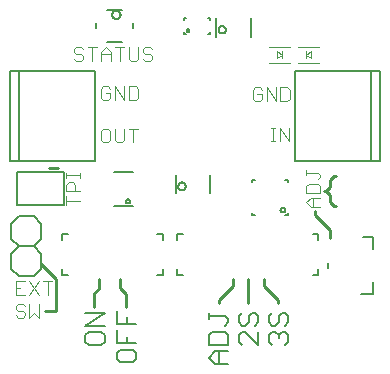
<source format=gto>
G75*
%MOIN*%
%OFA0B0*%
%FSLAX25Y25*%
%IPPOS*%
%LPD*%
%AMOC8*
5,1,8,0,0,1.08239X$1,22.5*
%
%ADD10C,0.00600*%
%ADD11C,0.01000*%
%ADD12C,0.00400*%
%ADD13C,0.00500*%
%ADD14C,0.00394*%
D10*
X0038487Y0046992D02*
X0042757Y0046992D01*
X0043825Y0048060D01*
X0043825Y0050195D01*
X0042757Y0051263D01*
X0038487Y0051263D01*
X0037420Y0050195D01*
X0037420Y0048060D01*
X0038487Y0046992D01*
X0037420Y0053438D02*
X0043825Y0057708D01*
X0037420Y0057708D01*
X0037420Y0053438D02*
X0043825Y0053438D01*
X0048045Y0054063D02*
X0048045Y0058333D01*
X0051247Y0056198D02*
X0051247Y0054063D01*
X0048045Y0054063D02*
X0054450Y0054063D01*
X0051247Y0049752D02*
X0051247Y0047617D01*
X0053382Y0045442D02*
X0049112Y0045442D01*
X0048045Y0044375D01*
X0048045Y0042239D01*
X0049112Y0041172D01*
X0053382Y0041172D01*
X0054450Y0042239D01*
X0054450Y0044375D01*
X0053382Y0045442D01*
X0054450Y0047617D02*
X0048045Y0047617D01*
X0048045Y0051888D01*
X0022750Y0072396D02*
X0020250Y0069896D01*
X0015250Y0069896D01*
X0012750Y0072396D01*
X0012750Y0077396D01*
X0015250Y0079896D01*
X0012750Y0082396D01*
X0012750Y0087396D01*
X0015250Y0089896D01*
X0020250Y0089896D01*
X0022750Y0087396D01*
X0022750Y0082396D01*
X0020250Y0079896D01*
X0022750Y0077396D01*
X0022750Y0072396D01*
X0020250Y0079896D02*
X0015250Y0079896D01*
X0078670Y0057708D02*
X0078670Y0055573D01*
X0078670Y0056641D02*
X0084007Y0056641D01*
X0085075Y0055573D01*
X0085075Y0054505D01*
X0084007Y0053438D01*
X0084007Y0051263D02*
X0079737Y0051263D01*
X0078670Y0050195D01*
X0078670Y0046992D01*
X0085075Y0046992D01*
X0085075Y0050195D01*
X0084007Y0051263D01*
X0088670Y0050195D02*
X0088670Y0048060D01*
X0089737Y0046992D01*
X0088670Y0050195D02*
X0089737Y0051263D01*
X0090805Y0051263D01*
X0095075Y0046992D01*
X0095075Y0051263D01*
X0094007Y0053438D02*
X0095075Y0054505D01*
X0095075Y0056641D01*
X0094007Y0057708D01*
X0092940Y0057708D01*
X0091872Y0056641D01*
X0091872Y0054505D01*
X0090805Y0053438D01*
X0089737Y0053438D01*
X0088670Y0054505D01*
X0088670Y0056641D01*
X0089737Y0057708D01*
X0098670Y0056641D02*
X0098670Y0054505D01*
X0099737Y0053438D01*
X0100805Y0053438D01*
X0101872Y0054505D01*
X0101872Y0056641D01*
X0102940Y0057708D01*
X0104007Y0057708D01*
X0105075Y0056641D01*
X0105075Y0054505D01*
X0104007Y0053438D01*
X0104007Y0051263D02*
X0102940Y0051263D01*
X0101872Y0050195D01*
X0101872Y0049127D01*
X0101872Y0050195D02*
X0100805Y0051263D01*
X0099737Y0051263D01*
X0098670Y0050195D01*
X0098670Y0048060D01*
X0099737Y0046992D01*
X0104007Y0046992D02*
X0105075Y0048060D01*
X0105075Y0050195D01*
X0104007Y0051263D01*
X0098670Y0056641D02*
X0099737Y0057708D01*
X0085075Y0044817D02*
X0080805Y0044817D01*
X0078670Y0042682D01*
X0080805Y0040547D01*
X0085075Y0040547D01*
X0081872Y0040547D02*
X0081872Y0044817D01*
D11*
X0082125Y0060833D02*
X0082125Y0062083D01*
X0086500Y0066458D01*
X0086500Y0068958D01*
X0091500Y0068958D02*
X0091500Y0060833D01*
X0097125Y0066458D02*
X0097125Y0068958D01*
X0097125Y0066458D02*
X0101500Y0062083D01*
X0101500Y0060833D01*
X0119000Y0082708D02*
X0119000Y0085208D01*
X0114000Y0090208D01*
X0114000Y0091458D01*
X0119000Y0094583D02*
X0119000Y0097083D01*
X0117750Y0098333D01*
X0119000Y0099583D01*
X0119000Y0102083D01*
X0120250Y0103333D01*
X0120875Y0103333D01*
X0117750Y0098333D02*
X0116812Y0098333D01*
X0119000Y0094583D02*
X0120250Y0093333D01*
X0120875Y0093333D01*
X0050875Y0063958D02*
X0050875Y0059583D01*
X0050875Y0063958D02*
X0049000Y0065833D01*
X0049000Y0068958D01*
X0042125Y0068958D02*
X0042125Y0065833D01*
X0040250Y0063958D01*
X0040250Y0059583D01*
X0027750Y0058333D02*
X0027750Y0068958D01*
X0022750Y0073958D01*
X0024000Y0058333D02*
X0027750Y0058333D01*
X0028375Y0105833D02*
X0025250Y0105833D01*
D12*
X0031071Y0104276D02*
X0031071Y0102741D01*
X0031071Y0103508D02*
X0035675Y0103508D01*
X0035675Y0102741D02*
X0035675Y0104276D01*
X0033373Y0101207D02*
X0031838Y0101207D01*
X0031071Y0100439D01*
X0031071Y0098137D01*
X0035675Y0098137D01*
X0034140Y0098137D02*
X0034140Y0100439D01*
X0033373Y0101207D01*
X0031071Y0096603D02*
X0031071Y0093533D01*
X0031071Y0095068D02*
X0035675Y0095068D01*
X0043405Y0114471D02*
X0044939Y0114471D01*
X0045707Y0115238D01*
X0045707Y0118307D01*
X0044939Y0119075D01*
X0043405Y0119075D01*
X0042638Y0118307D01*
X0042638Y0115238D01*
X0043405Y0114471D01*
X0047241Y0115238D02*
X0047241Y0119075D01*
X0050311Y0119075D02*
X0050311Y0115238D01*
X0049543Y0114471D01*
X0048009Y0114471D01*
X0047241Y0115238D01*
X0051845Y0119075D02*
X0054915Y0119075D01*
X0053380Y0119075D02*
X0053380Y0114471D01*
X0054147Y0128533D02*
X0051845Y0128533D01*
X0051845Y0133137D01*
X0054147Y0133137D01*
X0054915Y0132370D01*
X0054915Y0129301D01*
X0054147Y0128533D01*
X0050311Y0128533D02*
X0050311Y0133137D01*
X0047241Y0133137D02*
X0047241Y0128533D01*
X0045707Y0129301D02*
X0045707Y0130835D01*
X0044172Y0130835D01*
X0042638Y0129301D02*
X0043405Y0128533D01*
X0044939Y0128533D01*
X0045707Y0129301D01*
X0045707Y0132370D02*
X0044939Y0133137D01*
X0043405Y0133137D01*
X0042638Y0132370D01*
X0042638Y0129301D01*
X0047241Y0133137D02*
X0050311Y0128533D01*
X0048921Y0141658D02*
X0048921Y0146262D01*
X0047387Y0146262D02*
X0050456Y0146262D01*
X0051991Y0146262D02*
X0051991Y0142426D01*
X0052758Y0141658D01*
X0054293Y0141658D01*
X0055060Y0142426D01*
X0055060Y0146262D01*
X0056595Y0145495D02*
X0056595Y0144728D01*
X0057362Y0143960D01*
X0058897Y0143960D01*
X0059664Y0143193D01*
X0059664Y0142426D01*
X0058897Y0141658D01*
X0057362Y0141658D01*
X0056595Y0142426D01*
X0056595Y0145495D02*
X0057362Y0146262D01*
X0058897Y0146262D01*
X0059664Y0145495D01*
X0045852Y0144728D02*
X0045852Y0141658D01*
X0045852Y0143960D02*
X0042783Y0143960D01*
X0042783Y0144728D02*
X0044317Y0146262D01*
X0045852Y0144728D01*
X0042783Y0144728D02*
X0042783Y0141658D01*
X0039714Y0141658D02*
X0039714Y0146262D01*
X0041248Y0146262D02*
X0038179Y0146262D01*
X0036644Y0145495D02*
X0035877Y0146262D01*
X0034342Y0146262D01*
X0033575Y0145495D01*
X0033575Y0144728D01*
X0034342Y0143960D01*
X0035877Y0143960D01*
X0036644Y0143193D01*
X0036644Y0142426D01*
X0035877Y0141658D01*
X0034342Y0141658D01*
X0033575Y0142426D01*
X0093262Y0132057D02*
X0093262Y0128988D01*
X0094030Y0128221D01*
X0095564Y0128221D01*
X0096332Y0128988D01*
X0096332Y0130523D01*
X0094797Y0130523D01*
X0093262Y0132057D02*
X0094030Y0132825D01*
X0095564Y0132825D01*
X0096332Y0132057D01*
X0097866Y0132825D02*
X0100936Y0128221D01*
X0100936Y0132825D01*
X0102470Y0132825D02*
X0104772Y0132825D01*
X0105540Y0132057D01*
X0105540Y0128988D01*
X0104772Y0128221D01*
X0102470Y0128221D01*
X0102470Y0132825D01*
X0097866Y0132825D02*
X0097866Y0128221D01*
X0099200Y0119387D02*
X0100735Y0119387D01*
X0099967Y0119387D02*
X0099967Y0114783D01*
X0099200Y0114783D02*
X0100735Y0114783D01*
X0102269Y0114783D02*
X0102269Y0119387D01*
X0105339Y0114783D01*
X0105339Y0119387D01*
X0111071Y0105185D02*
X0111071Y0103651D01*
X0111071Y0104418D02*
X0114908Y0104418D01*
X0115675Y0103651D01*
X0115675Y0102883D01*
X0114908Y0102116D01*
X0114908Y0100582D02*
X0111838Y0100582D01*
X0111071Y0099814D01*
X0111071Y0097512D01*
X0115675Y0097512D01*
X0115675Y0099814D01*
X0114908Y0100582D01*
X0115675Y0095978D02*
X0112606Y0095978D01*
X0111071Y0094443D01*
X0112606Y0092908D01*
X0115675Y0092908D01*
X0113373Y0092908D02*
X0113373Y0095978D01*
X0026477Y0068137D02*
X0023408Y0068137D01*
X0024942Y0068137D02*
X0024942Y0063533D01*
X0021873Y0063533D02*
X0018804Y0068137D01*
X0017269Y0068137D02*
X0014200Y0068137D01*
X0014200Y0063533D01*
X0017269Y0063533D01*
X0018804Y0063533D02*
X0021873Y0068137D01*
X0015735Y0065835D02*
X0014200Y0065835D01*
X0014967Y0060637D02*
X0014200Y0059870D01*
X0014200Y0059103D01*
X0014967Y0058335D01*
X0016502Y0058335D01*
X0017269Y0057568D01*
X0017269Y0056801D01*
X0016502Y0056033D01*
X0014967Y0056033D01*
X0014200Y0056801D01*
X0014967Y0060637D02*
X0016502Y0060637D01*
X0017269Y0059870D01*
X0018804Y0060637D02*
X0018804Y0056033D01*
X0020339Y0057568D01*
X0021873Y0056033D01*
X0021873Y0060637D01*
D13*
X0029768Y0070194D02*
X0031736Y0070194D01*
X0029768Y0070194D02*
X0029768Y0072162D01*
X0029768Y0082005D02*
X0029768Y0083973D01*
X0031736Y0083973D01*
X0030312Y0093584D02*
X0014563Y0093584D01*
X0014563Y0104458D01*
X0030312Y0104458D01*
X0030312Y0093584D01*
X0040673Y0108373D02*
X0015870Y0108373D01*
X0015476Y0108373D01*
X0015476Y0137900D01*
X0012327Y0138294D02*
X0040673Y0138294D01*
X0040673Y0108373D01*
X0047051Y0104667D02*
X0053449Y0104667D01*
X0050918Y0094824D02*
X0050920Y0094877D01*
X0050926Y0094930D01*
X0050936Y0094982D01*
X0050950Y0095033D01*
X0050967Y0095083D01*
X0050988Y0095132D01*
X0051013Y0095179D01*
X0051041Y0095224D01*
X0051073Y0095267D01*
X0051108Y0095307D01*
X0051145Y0095344D01*
X0051185Y0095379D01*
X0051228Y0095411D01*
X0051273Y0095439D01*
X0051320Y0095464D01*
X0051369Y0095485D01*
X0051419Y0095502D01*
X0051470Y0095516D01*
X0051522Y0095526D01*
X0051575Y0095532D01*
X0051628Y0095534D01*
X0051681Y0095532D01*
X0051734Y0095526D01*
X0051786Y0095516D01*
X0051837Y0095502D01*
X0051887Y0095485D01*
X0051936Y0095464D01*
X0051983Y0095439D01*
X0052028Y0095411D01*
X0052071Y0095379D01*
X0052111Y0095344D01*
X0052148Y0095307D01*
X0052183Y0095267D01*
X0052215Y0095224D01*
X0052243Y0095179D01*
X0052268Y0095132D01*
X0052289Y0095083D01*
X0052306Y0095033D01*
X0052320Y0094982D01*
X0052330Y0094930D01*
X0052336Y0094877D01*
X0052338Y0094824D01*
X0052336Y0094771D01*
X0052330Y0094718D01*
X0052320Y0094666D01*
X0052306Y0094615D01*
X0052289Y0094565D01*
X0052268Y0094516D01*
X0052243Y0094469D01*
X0052215Y0094424D01*
X0052183Y0094381D01*
X0052148Y0094341D01*
X0052111Y0094304D01*
X0052071Y0094269D01*
X0052028Y0094237D01*
X0051983Y0094209D01*
X0051936Y0094184D01*
X0051887Y0094163D01*
X0051837Y0094146D01*
X0051786Y0094132D01*
X0051734Y0094122D01*
X0051681Y0094116D01*
X0051628Y0094114D01*
X0051575Y0094116D01*
X0051522Y0094122D01*
X0051470Y0094132D01*
X0051419Y0094146D01*
X0051369Y0094163D01*
X0051320Y0094184D01*
X0051273Y0094209D01*
X0051228Y0094237D01*
X0051185Y0094269D01*
X0051145Y0094304D01*
X0051108Y0094341D01*
X0051073Y0094381D01*
X0051041Y0094424D01*
X0051013Y0094469D01*
X0050988Y0094516D01*
X0050967Y0094565D01*
X0050950Y0094615D01*
X0050936Y0094666D01*
X0050926Y0094718D01*
X0050920Y0094771D01*
X0050918Y0094824D01*
X0053449Y0093250D02*
X0047051Y0093250D01*
X0061264Y0083973D02*
X0063232Y0083973D01*
X0063232Y0082005D01*
X0067878Y0082005D02*
X0067878Y0083973D01*
X0069846Y0083973D01*
X0067878Y0072162D02*
X0067878Y0070194D01*
X0069846Y0070194D01*
X0063232Y0070194D02*
X0063232Y0072162D01*
X0063232Y0070194D02*
X0061264Y0070194D01*
X0067666Y0097568D02*
X0067666Y0103474D01*
X0068375Y0099896D02*
X0068377Y0099966D01*
X0068383Y0100036D01*
X0068393Y0100105D01*
X0068406Y0100174D01*
X0068424Y0100242D01*
X0068445Y0100309D01*
X0068470Y0100374D01*
X0068499Y0100438D01*
X0068531Y0100501D01*
X0068567Y0100561D01*
X0068606Y0100619D01*
X0068648Y0100675D01*
X0068693Y0100729D01*
X0068741Y0100780D01*
X0068792Y0100828D01*
X0068846Y0100873D01*
X0068902Y0100915D01*
X0068960Y0100954D01*
X0069020Y0100990D01*
X0069083Y0101022D01*
X0069147Y0101051D01*
X0069212Y0101076D01*
X0069279Y0101097D01*
X0069347Y0101115D01*
X0069416Y0101128D01*
X0069485Y0101138D01*
X0069555Y0101144D01*
X0069625Y0101146D01*
X0069695Y0101144D01*
X0069765Y0101138D01*
X0069834Y0101128D01*
X0069903Y0101115D01*
X0069971Y0101097D01*
X0070038Y0101076D01*
X0070103Y0101051D01*
X0070167Y0101022D01*
X0070230Y0100990D01*
X0070290Y0100954D01*
X0070348Y0100915D01*
X0070404Y0100873D01*
X0070458Y0100828D01*
X0070509Y0100780D01*
X0070557Y0100729D01*
X0070602Y0100675D01*
X0070644Y0100619D01*
X0070683Y0100561D01*
X0070719Y0100501D01*
X0070751Y0100438D01*
X0070780Y0100374D01*
X0070805Y0100309D01*
X0070826Y0100242D01*
X0070844Y0100174D01*
X0070857Y0100105D01*
X0070867Y0100036D01*
X0070873Y0099966D01*
X0070875Y0099896D01*
X0070873Y0099826D01*
X0070867Y0099756D01*
X0070857Y0099687D01*
X0070844Y0099618D01*
X0070826Y0099550D01*
X0070805Y0099483D01*
X0070780Y0099418D01*
X0070751Y0099354D01*
X0070719Y0099291D01*
X0070683Y0099231D01*
X0070644Y0099173D01*
X0070602Y0099117D01*
X0070557Y0099063D01*
X0070509Y0099012D01*
X0070458Y0098964D01*
X0070404Y0098919D01*
X0070348Y0098877D01*
X0070290Y0098838D01*
X0070230Y0098802D01*
X0070167Y0098770D01*
X0070103Y0098741D01*
X0070038Y0098716D01*
X0069971Y0098695D01*
X0069903Y0098677D01*
X0069834Y0098664D01*
X0069765Y0098654D01*
X0069695Y0098648D01*
X0069625Y0098646D01*
X0069555Y0098648D01*
X0069485Y0098654D01*
X0069416Y0098664D01*
X0069347Y0098677D01*
X0069279Y0098695D01*
X0069212Y0098716D01*
X0069147Y0098741D01*
X0069083Y0098770D01*
X0069020Y0098802D01*
X0068960Y0098838D01*
X0068902Y0098877D01*
X0068846Y0098919D01*
X0068792Y0098964D01*
X0068741Y0099012D01*
X0068693Y0099063D01*
X0068648Y0099117D01*
X0068606Y0099173D01*
X0068567Y0099231D01*
X0068531Y0099291D01*
X0068499Y0099354D01*
X0068470Y0099418D01*
X0068445Y0099483D01*
X0068424Y0099550D01*
X0068406Y0099618D01*
X0068393Y0099687D01*
X0068383Y0099756D01*
X0068377Y0099826D01*
X0068375Y0099896D01*
X0079084Y0097568D02*
X0079084Y0103474D01*
X0093094Y0102051D02*
X0093882Y0102051D01*
X0093094Y0102051D02*
X0093094Y0101264D01*
X0093094Y0091028D02*
X0093094Y0090240D01*
X0093882Y0090240D01*
X0102474Y0091946D02*
X0102476Y0092001D01*
X0102482Y0092056D01*
X0102492Y0092111D01*
X0102505Y0092165D01*
X0102523Y0092217D01*
X0102544Y0092268D01*
X0102569Y0092318D01*
X0102597Y0092366D01*
X0102629Y0092411D01*
X0102664Y0092454D01*
X0102701Y0092495D01*
X0102742Y0092532D01*
X0102785Y0092567D01*
X0102830Y0092599D01*
X0102878Y0092627D01*
X0102928Y0092652D01*
X0102979Y0092673D01*
X0103031Y0092691D01*
X0103085Y0092704D01*
X0103140Y0092714D01*
X0103195Y0092720D01*
X0103250Y0092722D01*
X0103305Y0092720D01*
X0103360Y0092714D01*
X0103415Y0092704D01*
X0103469Y0092691D01*
X0103521Y0092673D01*
X0103572Y0092652D01*
X0103622Y0092627D01*
X0103670Y0092599D01*
X0103715Y0092567D01*
X0103758Y0092532D01*
X0103799Y0092495D01*
X0103836Y0092454D01*
X0103871Y0092411D01*
X0103903Y0092366D01*
X0103931Y0092318D01*
X0103956Y0092268D01*
X0103977Y0092217D01*
X0103995Y0092165D01*
X0104008Y0092111D01*
X0104018Y0092056D01*
X0104024Y0092001D01*
X0104026Y0091946D01*
X0104024Y0091891D01*
X0104018Y0091836D01*
X0104008Y0091781D01*
X0103995Y0091727D01*
X0103977Y0091675D01*
X0103956Y0091624D01*
X0103931Y0091574D01*
X0103903Y0091526D01*
X0103871Y0091481D01*
X0103836Y0091438D01*
X0103799Y0091397D01*
X0103758Y0091360D01*
X0103715Y0091325D01*
X0103670Y0091293D01*
X0103622Y0091265D01*
X0103572Y0091240D01*
X0103521Y0091219D01*
X0103469Y0091201D01*
X0103415Y0091188D01*
X0103360Y0091178D01*
X0103305Y0091172D01*
X0103250Y0091170D01*
X0103195Y0091172D01*
X0103140Y0091178D01*
X0103085Y0091188D01*
X0103031Y0091201D01*
X0102979Y0091219D01*
X0102928Y0091240D01*
X0102878Y0091265D01*
X0102830Y0091293D01*
X0102785Y0091325D01*
X0102742Y0091360D01*
X0102701Y0091397D01*
X0102664Y0091438D01*
X0102629Y0091481D01*
X0102597Y0091526D01*
X0102569Y0091574D01*
X0102544Y0091624D01*
X0102523Y0091675D01*
X0102505Y0091727D01*
X0102492Y0091781D01*
X0102482Y0091836D01*
X0102476Y0091891D01*
X0102474Y0091946D01*
X0104118Y0090240D02*
X0104906Y0090240D01*
X0104906Y0091028D01*
X0104906Y0101264D02*
X0104906Y0102051D01*
X0104118Y0102051D01*
X0107327Y0108373D02*
X0135673Y0108373D01*
X0135673Y0138294D01*
X0132524Y0138294D01*
X0132130Y0138294D01*
X0107327Y0138294D01*
X0107327Y0108373D01*
X0113154Y0083973D02*
X0115122Y0083973D01*
X0115122Y0082005D01*
X0118395Y0074121D02*
X0118395Y0072546D01*
X0115122Y0072162D02*
X0115122Y0070194D01*
X0113154Y0070194D01*
X0129418Y0063885D02*
X0133355Y0063885D01*
X0133355Y0067822D01*
X0133355Y0078845D02*
X0133355Y0082782D01*
X0129812Y0082782D01*
X0132524Y0108766D02*
X0132524Y0138294D01*
X0092521Y0149510D02*
X0092521Y0155907D01*
X0081813Y0152083D02*
X0081815Y0152153D01*
X0081821Y0152223D01*
X0081831Y0152292D01*
X0081844Y0152361D01*
X0081862Y0152429D01*
X0081883Y0152496D01*
X0081908Y0152561D01*
X0081937Y0152625D01*
X0081969Y0152688D01*
X0082005Y0152748D01*
X0082044Y0152806D01*
X0082086Y0152862D01*
X0082131Y0152916D01*
X0082179Y0152967D01*
X0082230Y0153015D01*
X0082284Y0153060D01*
X0082340Y0153102D01*
X0082398Y0153141D01*
X0082458Y0153177D01*
X0082521Y0153209D01*
X0082585Y0153238D01*
X0082650Y0153263D01*
X0082717Y0153284D01*
X0082785Y0153302D01*
X0082854Y0153315D01*
X0082923Y0153325D01*
X0082993Y0153331D01*
X0083063Y0153333D01*
X0083133Y0153331D01*
X0083203Y0153325D01*
X0083272Y0153315D01*
X0083341Y0153302D01*
X0083409Y0153284D01*
X0083476Y0153263D01*
X0083541Y0153238D01*
X0083605Y0153209D01*
X0083668Y0153177D01*
X0083728Y0153141D01*
X0083786Y0153102D01*
X0083842Y0153060D01*
X0083896Y0153015D01*
X0083947Y0152967D01*
X0083995Y0152916D01*
X0084040Y0152862D01*
X0084082Y0152806D01*
X0084121Y0152748D01*
X0084157Y0152688D01*
X0084189Y0152625D01*
X0084218Y0152561D01*
X0084243Y0152496D01*
X0084264Y0152429D01*
X0084282Y0152361D01*
X0084295Y0152292D01*
X0084305Y0152223D01*
X0084311Y0152153D01*
X0084313Y0152083D01*
X0084311Y0152013D01*
X0084305Y0151943D01*
X0084295Y0151874D01*
X0084282Y0151805D01*
X0084264Y0151737D01*
X0084243Y0151670D01*
X0084218Y0151605D01*
X0084189Y0151541D01*
X0084157Y0151478D01*
X0084121Y0151418D01*
X0084082Y0151360D01*
X0084040Y0151304D01*
X0083995Y0151250D01*
X0083947Y0151199D01*
X0083896Y0151151D01*
X0083842Y0151106D01*
X0083786Y0151064D01*
X0083728Y0151025D01*
X0083668Y0150989D01*
X0083605Y0150957D01*
X0083541Y0150928D01*
X0083476Y0150903D01*
X0083409Y0150882D01*
X0083341Y0150864D01*
X0083272Y0150851D01*
X0083203Y0150841D01*
X0083133Y0150835D01*
X0083063Y0150833D01*
X0082993Y0150835D01*
X0082923Y0150841D01*
X0082854Y0150851D01*
X0082785Y0150864D01*
X0082717Y0150882D01*
X0082650Y0150903D01*
X0082585Y0150928D01*
X0082521Y0150957D01*
X0082458Y0150989D01*
X0082398Y0151025D01*
X0082340Y0151064D01*
X0082284Y0151106D01*
X0082230Y0151151D01*
X0082179Y0151199D01*
X0082131Y0151250D01*
X0082086Y0151304D01*
X0082044Y0151360D01*
X0082005Y0151418D01*
X0081969Y0151478D01*
X0081937Y0151541D01*
X0081908Y0151605D01*
X0081883Y0151670D01*
X0081862Y0151737D01*
X0081844Y0151805D01*
X0081831Y0151874D01*
X0081821Y0151943D01*
X0081815Y0152013D01*
X0081813Y0152083D01*
X0081104Y0149510D02*
X0081104Y0155907D01*
X0078956Y0155991D02*
X0078956Y0155400D01*
X0078956Y0155991D02*
X0078365Y0155991D01*
X0078956Y0151266D02*
X0078956Y0150676D01*
X0078365Y0150676D01*
X0071232Y0151759D02*
X0071234Y0151801D01*
X0071240Y0151842D01*
X0071250Y0151883D01*
X0071264Y0151923D01*
X0071281Y0151961D01*
X0071302Y0151997D01*
X0071326Y0152031D01*
X0071354Y0152063D01*
X0071384Y0152092D01*
X0071417Y0152117D01*
X0071452Y0152140D01*
X0071489Y0152159D01*
X0071528Y0152175D01*
X0071568Y0152187D01*
X0071609Y0152195D01*
X0071651Y0152199D01*
X0071693Y0152199D01*
X0071735Y0152195D01*
X0071776Y0152187D01*
X0071816Y0152175D01*
X0071855Y0152159D01*
X0071892Y0152140D01*
X0071927Y0152117D01*
X0071960Y0152092D01*
X0071990Y0152063D01*
X0072018Y0152031D01*
X0072042Y0151997D01*
X0072063Y0151961D01*
X0072080Y0151923D01*
X0072094Y0151883D01*
X0072104Y0151842D01*
X0072110Y0151801D01*
X0072112Y0151759D01*
X0072110Y0151717D01*
X0072104Y0151676D01*
X0072094Y0151635D01*
X0072080Y0151595D01*
X0072063Y0151557D01*
X0072042Y0151521D01*
X0072018Y0151487D01*
X0071990Y0151455D01*
X0071960Y0151426D01*
X0071927Y0151401D01*
X0071892Y0151378D01*
X0071855Y0151359D01*
X0071816Y0151343D01*
X0071776Y0151331D01*
X0071735Y0151323D01*
X0071693Y0151319D01*
X0071651Y0151319D01*
X0071609Y0151323D01*
X0071568Y0151331D01*
X0071528Y0151343D01*
X0071489Y0151359D01*
X0071452Y0151378D01*
X0071417Y0151401D01*
X0071384Y0151426D01*
X0071354Y0151455D01*
X0071326Y0151487D01*
X0071302Y0151521D01*
X0071281Y0151557D01*
X0071264Y0151595D01*
X0071250Y0151635D01*
X0071240Y0151676D01*
X0071234Y0151717D01*
X0071232Y0151759D01*
X0070294Y0151266D02*
X0070294Y0150676D01*
X0070885Y0150676D01*
X0070294Y0155400D02*
X0070294Y0155991D01*
X0070885Y0155991D01*
X0053227Y0154121D02*
X0053227Y0152546D01*
X0049586Y0147920D02*
X0044664Y0147920D01*
X0041023Y0152546D02*
X0041023Y0154121D01*
X0044664Y0158747D02*
X0049586Y0158747D01*
X0046352Y0157083D02*
X0046354Y0157157D01*
X0046360Y0157232D01*
X0046370Y0157305D01*
X0046384Y0157379D01*
X0046401Y0157451D01*
X0046423Y0157522D01*
X0046448Y0157592D01*
X0046477Y0157661D01*
X0046509Y0157728D01*
X0046546Y0157793D01*
X0046585Y0157856D01*
X0046628Y0157917D01*
X0046674Y0157975D01*
X0046723Y0158031D01*
X0046775Y0158085D01*
X0046829Y0158135D01*
X0046887Y0158183D01*
X0046946Y0158227D01*
X0047008Y0158268D01*
X0047073Y0158306D01*
X0047139Y0158340D01*
X0047206Y0158371D01*
X0047276Y0158398D01*
X0047346Y0158421D01*
X0047418Y0158441D01*
X0047491Y0158457D01*
X0047564Y0158469D01*
X0047638Y0158477D01*
X0047713Y0158481D01*
X0047787Y0158481D01*
X0047862Y0158477D01*
X0047936Y0158469D01*
X0048009Y0158457D01*
X0048082Y0158441D01*
X0048154Y0158421D01*
X0048224Y0158398D01*
X0048294Y0158371D01*
X0048361Y0158340D01*
X0048427Y0158306D01*
X0048492Y0158268D01*
X0048554Y0158227D01*
X0048613Y0158183D01*
X0048671Y0158135D01*
X0048725Y0158085D01*
X0048777Y0158031D01*
X0048826Y0157975D01*
X0048872Y0157917D01*
X0048915Y0157856D01*
X0048954Y0157793D01*
X0048991Y0157728D01*
X0049023Y0157661D01*
X0049052Y0157592D01*
X0049077Y0157522D01*
X0049099Y0157451D01*
X0049116Y0157379D01*
X0049130Y0157305D01*
X0049140Y0157232D01*
X0049146Y0157157D01*
X0049148Y0157083D01*
X0049146Y0157009D01*
X0049140Y0156934D01*
X0049130Y0156861D01*
X0049116Y0156787D01*
X0049099Y0156715D01*
X0049077Y0156644D01*
X0049052Y0156574D01*
X0049023Y0156505D01*
X0048991Y0156438D01*
X0048954Y0156373D01*
X0048915Y0156310D01*
X0048872Y0156249D01*
X0048826Y0156191D01*
X0048777Y0156135D01*
X0048725Y0156081D01*
X0048671Y0156031D01*
X0048613Y0155983D01*
X0048554Y0155939D01*
X0048492Y0155898D01*
X0048427Y0155860D01*
X0048361Y0155826D01*
X0048294Y0155795D01*
X0048224Y0155768D01*
X0048154Y0155745D01*
X0048082Y0155725D01*
X0048009Y0155709D01*
X0047936Y0155697D01*
X0047862Y0155689D01*
X0047787Y0155685D01*
X0047713Y0155685D01*
X0047638Y0155689D01*
X0047564Y0155697D01*
X0047491Y0155709D01*
X0047418Y0155725D01*
X0047346Y0155745D01*
X0047276Y0155768D01*
X0047206Y0155795D01*
X0047139Y0155826D01*
X0047073Y0155860D01*
X0047008Y0155898D01*
X0046946Y0155939D01*
X0046887Y0155983D01*
X0046829Y0156031D01*
X0046775Y0156081D01*
X0046723Y0156135D01*
X0046674Y0156191D01*
X0046628Y0156249D01*
X0046585Y0156310D01*
X0046546Y0156373D01*
X0046509Y0156438D01*
X0046477Y0156505D01*
X0046448Y0156574D01*
X0046423Y0156644D01*
X0046401Y0156715D01*
X0046384Y0156787D01*
X0046370Y0156861D01*
X0046360Y0156934D01*
X0046354Y0157009D01*
X0046352Y0157083D01*
X0012327Y0138294D02*
X0012327Y0108373D01*
X0015476Y0108373D01*
D14*
X0098582Y0140890D02*
X0105668Y0140890D01*
X0108269Y0140890D02*
X0115356Y0140890D01*
X0112600Y0142465D02*
X0111025Y0143646D01*
X0112600Y0144827D01*
X0112600Y0142465D01*
X0111025Y0142465D02*
X0111025Y0144827D01*
X0108269Y0146402D02*
X0115356Y0146402D01*
X0105668Y0146402D02*
X0098582Y0146402D01*
X0101338Y0144827D02*
X0102912Y0143646D01*
X0101338Y0142465D01*
X0101338Y0144827D01*
X0102912Y0144827D02*
X0102912Y0142465D01*
M02*

</source>
